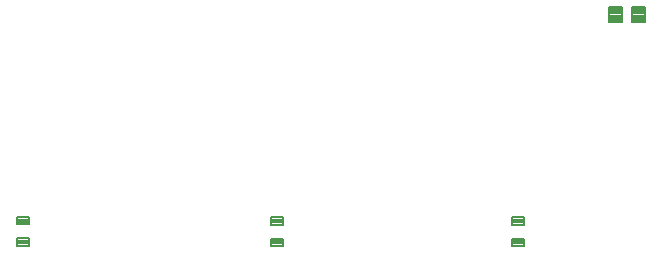
<source format=gbr>
G04 EAGLE Gerber X2 export*
G75*
%MOMM*%
%FSLAX34Y34*%
%LPD*%
%AMOC8*
5,1,8,0,0,1.08239X$1,22.5*%
G01*
%ADD10C,0.200000*%
%ADD11C,0.195000*%


D10*
X682400Y174800D02*
X682400Y168800D01*
X672400Y168800D01*
X672400Y174800D01*
X682400Y174800D01*
X682400Y170799D02*
X672400Y170799D01*
X672400Y172798D02*
X682400Y172798D01*
X682400Y174797D02*
X672400Y174797D01*
X682400Y186800D02*
X682400Y192800D01*
X682400Y186800D02*
X672400Y186800D01*
X672400Y192800D01*
X682400Y192800D01*
X682400Y188799D02*
X672400Y188799D01*
X672400Y190798D02*
X682400Y190798D01*
X682400Y192797D02*
X672400Y192797D01*
D11*
X754475Y357863D02*
X765525Y357863D01*
X754475Y357863D02*
X754475Y370913D01*
X765525Y370913D01*
X765525Y357863D01*
X765525Y359812D02*
X754475Y359812D01*
X754475Y361761D02*
X765525Y361761D01*
X765525Y363710D02*
X754475Y363710D01*
X754475Y365659D02*
X765525Y365659D01*
X765525Y367608D02*
X754475Y367608D01*
X754475Y369557D02*
X765525Y369557D01*
X773475Y357863D02*
X784525Y357863D01*
X773475Y357863D02*
X773475Y370913D01*
X784525Y370913D01*
X784525Y357863D01*
X784525Y359812D02*
X773475Y359812D01*
X773475Y361761D02*
X784525Y361761D01*
X784525Y363710D02*
X773475Y363710D01*
X773475Y365659D02*
X784525Y365659D01*
X784525Y367608D02*
X773475Y367608D01*
X773475Y369557D02*
X784525Y369557D01*
D10*
X263000Y175000D02*
X263000Y169000D01*
X253000Y169000D01*
X253000Y175000D01*
X263000Y175000D01*
X263000Y170999D02*
X253000Y170999D01*
X253000Y172998D02*
X263000Y172998D01*
X263000Y174997D02*
X253000Y174997D01*
X263000Y187000D02*
X263000Y193000D01*
X263000Y187000D02*
X253000Y187000D01*
X253000Y193000D01*
X263000Y193000D01*
X263000Y188999D02*
X253000Y188999D01*
X253000Y190998D02*
X263000Y190998D01*
X263000Y192997D02*
X253000Y192997D01*
X478100Y174800D02*
X478100Y168800D01*
X468100Y168800D01*
X468100Y174800D01*
X478100Y174800D01*
X478100Y170799D02*
X468100Y170799D01*
X468100Y172798D02*
X478100Y172798D01*
X478100Y174797D02*
X468100Y174797D01*
X478100Y186800D02*
X478100Y192800D01*
X478100Y186800D02*
X468100Y186800D01*
X468100Y192800D01*
X478100Y192800D01*
X478100Y188799D02*
X468100Y188799D01*
X468100Y190798D02*
X478100Y190798D01*
X478100Y192797D02*
X468100Y192797D01*
M02*

</source>
